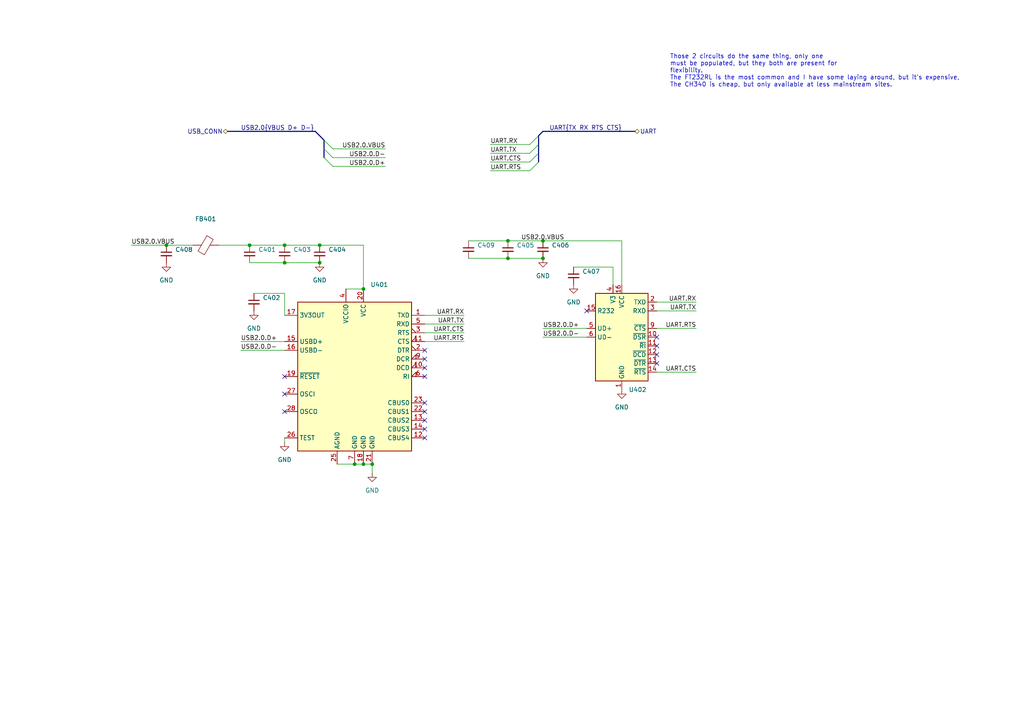
<source format=kicad_sch>
(kicad_sch (version 20211123) (generator eeschema)
  (paper "A4")
  (lib_symbols
    (symbol "Device:C_Small" (pin_numbers hide) (pin_names (offset 0.254) hide)
      (property "Reference" "C" (at 0.254 1.778 0))
      (property "Value" "C_Small" (at 0.254 -2.032 0))
      (symbol "C_Small_0_1"
        (polyline (pts (xy -1.524 -0.508) (xy 1.524 -0.508)) (stroke (width 0.3302)))
        (polyline (pts (xy -1.524 0.508) (xy 1.524 0.508)) (stroke (width 0.3048)))
      )
      (symbol "C_Small_1_1"
        (pin passive line (at 0 2.54 270) (length 2.032) (name "~") (number "1"))
        (pin passive line (at 0 -2.54 90) (length 2.032) (name "~") (number "2"))
      )
    )
    (symbol "Device:FerriteBead" (pin_numbers hide) (pin_names (offset 0))
      (property "Reference" "FB" (at -3.81 0.635 90))
      (property "Value" "FerriteBead" (at 3.81 0 90))
      (symbol "FerriteBead_0_1"
        (polyline (pts (xy 0 -1.27) (xy 0 -1.2192)))
        (polyline (pts (xy 0 1.27) (xy 0 1.2954)))
        (polyline (pts (xy -2.7686 0.4064) (xy -1.7018 2.2606) (xy 2.7686 -0.3048) (xy 1.6764 -2.159) (xy -2.7686 0.4064)))
      )
      (symbol "FerriteBead_1_1"
        (pin passive line (at 0 3.81 270) (length 2.54) (name "~") (number "1"))
        (pin passive line (at 0 -3.81 90) (length 2.54) (name "~") (number "2"))
      )
    )
    (symbol "Interface_USB:CH340C"
      (property "Reference" "U" (at -5.08 13.97 0))
      (property "Value" "CH340C" (at 1.27 13.97 0))
      (symbol "CH340C_0_1"
        (rectangle (start -7.62 12.7) (end 7.62 -12.7) (stroke (width 0.254)) (fill (type background)))
      )
      (symbol "CH340C_1_1"
        (pin power_in line (at 0 -15.24 90) (length 2.54) (name "GND") (number "1"))
        (pin input line (at 10.16 0 180) (length 2.54) (name "~{DSR}") (number "10"))
        (pin input line (at 10.16 -2.54 180) (length 2.54) (name "~{RI}") (number "11"))
        (pin input line (at 10.16 -5.08 180) (length 2.54) (name "~{DCD}") (number "12"))
        (pin output line (at 10.16 -7.62 180) (length 2.54) (name "~{DTR}") (number "13"))
        (pin output line (at 10.16 -10.16 180) (length 2.54) (name "~{RTS}") (number "14"))
        (pin input line (at -10.16 7.62 0) (length 2.54) (name "R232") (number "15"))
        (pin power_in line (at 0 15.24 270) (length 2.54) (name "VCC") (number "16"))
        (pin output line (at 10.16 10.16 180) (length 2.54) (name "TXD") (number "2"))
        (pin input line (at 10.16 7.62 180) (length 2.54) (name "RXD") (number "3"))
        (pin passive line (at -2.54 15.24 270) (length 2.54) (name "V3") (number "4"))
        (pin bidirectional line (at -10.16 2.54 0) (length 2.54) (name "UD+") (number "5"))
        (pin bidirectional line (at -10.16 0 0) (length 2.54) (name "UD-") (number "6"))
        (pin no_connect line (at -7.62 -7.62 0) (length 2.54) hide (name "NC") (number "7"))
        (pin no_connect line (at -7.62 -10.16 0) (length 2.54) hide (name "NC") (number "8"))
        (pin input line (at 10.16 2.54 180) (length 2.54) (name "~{CTS}") (number "9"))
      )
    )
    (symbol "Interface_USB:FT232RL"
      (property "Reference" "U" (at -16.51 22.86 0))
      (property "Value" "FT232RL" (at 10.16 22.86 0))
      (symbol "FT232RL_0_1"
        (rectangle (start -16.51 21.59) (end 16.51 -21.59) (stroke (width 0.254)) (fill (type background)))
      )
      (symbol "FT232RL_1_1"
        (pin output line (at 20.32 17.78 180) (length 3.81) (name "TXD") (number "1"))
        (pin input input_low (at 20.32 2.54 180) (length 3.81) (name "DCD") (number "10"))
        (pin input input_low (at 20.32 10.16 180) (length 3.81) (name "CTS") (number "11"))
        (pin bidirectional line (at 20.32 -17.78 180) (length 3.81) (name "CBUS4") (number "12"))
        (pin bidirectional line (at 20.32 -12.7 180) (length 3.81) (name "CBUS2") (number "13"))
        (pin bidirectional line (at 20.32 -15.24 180) (length 3.81) (name "CBUS3") (number "14"))
        (pin bidirectional line (at -20.32 10.16 0) (length 3.81) (name "USBD+") (number "15"))
        (pin bidirectional line (at -20.32 7.62 0) (length 3.81) (name "USBD-") (number "16"))
        (pin power_out line (at -20.32 17.78 0) (length 3.81) (name "3V3OUT") (number "17"))
        (pin power_in line (at 2.54 -25.4 90) (length 3.81) (name "GND") (number "18"))
        (pin input line (at -20.32 0 0) (length 3.81) (name "~{RESET}") (number "19"))
        (pin output output_low (at 20.32 7.62 180) (length 3.81) (name "DTR") (number "2"))
        (pin power_in line (at 2.54 25.4 270) (length 3.81) (name "VCC") (number "20"))
        (pin power_in line (at 5.08 -25.4 90) (length 3.81) (name "GND") (number "21"))
        (pin bidirectional line (at 20.32 -10.16 180) (length 3.81) (name "CBUS1") (number "22"))
        (pin bidirectional line (at 20.32 -7.62 180) (length 3.81) (name "CBUS0") (number "23"))
        (pin power_in line (at -5.08 -25.4 90) (length 3.81) (name "AGND") (number "25"))
        (pin input line (at -20.32 -17.78 0) (length 3.81) (name "TEST") (number "26"))
        (pin input line (at -20.32 -5.08 0) (length 3.81) (name "OSCI") (number "27"))
        (pin output line (at -20.32 -10.16 0) (length 3.81) (name "OSCO") (number "28"))
        (pin output output_low (at 20.32 12.7 180) (length 3.81) (name "RTS") (number "3"))
        (pin power_in line (at -2.54 25.4 270) (length 3.81) (name "VCCIO") (number "4"))
        (pin input line (at 20.32 15.24 180) (length 3.81) (name "RXD") (number "5"))
        (pin input input_low (at 20.32 0 180) (length 3.81) (name "RI") (number "6"))
        (pin power_in line (at 0 -25.4 90) (length 3.81) (name "GND") (number "7"))
        (pin input input_low (at 20.32 5.08 180) (length 3.81) (name "DCR") (number "9"))
      )
    )
    (symbol "power:GND" (power) (pin_names (offset 0))
      (property "Value" "GND" (at 0 -3.81 0))
      (symbol "GND_0_1"
        (polyline (pts (xy 0 0) (xy 0 -1.27) (xy 1.27 -1.27) (xy 0 -2.54) (xy -1.27 -1.27) (xy 0 -1.27)))
      )
      (symbol "GND_1_1"
        (pin power_in line (at 0 0 270) (length 0) hide (name "GND") (number "1"))
      )
    )
  )
  (junction (at 105.41 134.62))
  (junction (at 92.71 76.2))
  (junction (at 82.55 76.2))
  (junction (at 72.39 71.12))
  (junction (at 107.95 134.62))
  (junction (at 92.71 71.12))
  (junction (at 157.48 69.85))
  (junction (at 102.87 134.62))
  (junction (at 147.32 74.93))
  (junction (at 105.41 83.82))
  (junction (at 48.26 71.12))
  (junction (at 82.55 71.12))
  (junction (at 157.48 74.93))
  (junction (at 147.32 69.85))
  (no_connect (at 190.5 97.79))
  (no_connect (at 190.5 100.33))
  (no_connect (at 190.5 102.87))
  (no_connect (at 190.5 105.41))
  (no_connect (at 170.18 90.17))
  (no_connect (at 123.19 101.6))
  (no_connect (at 123.19 104.14))
  (no_connect (at 123.19 106.68))
  (no_connect (at 123.19 109.22))
  (no_connect (at 123.19 116.84))
  (no_connect (at 123.19 119.38))
  (no_connect (at 123.19 121.92))
  (no_connect (at 123.19 127))
  (no_connect (at 123.19 124.46))
  (no_connect (at 82.55 109.22))
  (no_connect (at 82.55 114.3))
  (no_connect (at 82.55 119.38))
  (bus_entry (at 93.98 40.64) (size 2.54 2.54))
  (bus_entry (at 93.98 43.18) (size 2.54 2.54))
  (bus_entry (at 93.98 45.72) (size 2.54 2.54))
  (bus_entry (at 156.21 46.99) (size -2.54 2.54))
  (bus_entry (at 156.21 41.91) (size -2.54 2.54))
  (bus_entry (at 156.21 44.45) (size -2.54 2.54))
  (bus_entry (at 156.21 39.37) (size -2.54 2.54))
  (wire (pts (xy 177.8 77.47) (xy 177.8 82.55)))
  (wire (pts (xy 142.24 49.53) (xy 153.67 49.53)))
  (wire (pts (xy 69.85 101.6) (xy 82.55 101.6)))
  (wire (pts (xy 48.26 71.12) (xy 55.88 71.12)))
  (wire (pts (xy 142.24 46.99) (xy 153.67 46.99)))
  (wire (pts (xy 96.52 43.18) (xy 111.76 43.18)))
  (wire (pts (xy 82.55 71.12) (xy 92.71 71.12)))
  (wire (pts (xy 166.37 77.47) (xy 177.8 77.47)))
  (wire (pts (xy 97.79 134.62) (xy 102.87 134.62)))
  (wire (pts (xy 69.85 99.06) (xy 82.55 99.06)))
  (wire (pts (xy 96.52 45.72) (xy 111.76 45.72)))
  (wire (pts (xy 142.24 41.91) (xy 153.67 41.91)))
  (wire (pts (xy 123.19 99.06) (xy 134.62 99.06)))
  (wire (pts (xy 72.39 71.12) (xy 82.55 71.12)))
  (wire (pts (xy 38.1 71.12) (xy 48.26 71.12)))
  (wire (pts (xy 157.48 95.25) (xy 170.18 95.25)))
  (wire (pts (xy 147.32 74.93) (xy 157.48 74.93)))
  (bus (pts (xy 184.15 38.1) (xy 157.48 38.1)))
  (wire (pts (xy 72.39 76.2) (xy 82.55 76.2)))
  (wire (pts (xy 100.33 83.82) (xy 105.41 83.82)))
  (wire (pts (xy 63.5 71.12) (xy 72.39 71.12)))
  (wire (pts (xy 123.19 93.98) (xy 134.62 93.98)))
  (bus (pts (xy 156.21 44.45) (xy 156.21 46.99)))
  (bus (pts (xy 156.21 39.37) (xy 156.21 41.91)))
  (wire (pts (xy 190.5 87.63) (xy 201.93 87.63)))
  (wire (pts (xy 135.89 74.93) (xy 147.32 74.93)))
  (bus (pts (xy 157.48 38.1) (xy 156.21 39.37)))
  (bus (pts (xy 93.98 40.64) (xy 93.98 43.18)))
  (bus (pts (xy 156.21 41.91) (xy 156.21 44.45)))
  (wire (pts (xy 82.55 127) (xy 82.55 128.27)))
  (wire (pts (xy 73.66 85.09) (xy 82.55 85.09)))
  (wire (pts (xy 180.34 69.85) (xy 180.34 82.55)))
  (wire (pts (xy 190.5 95.25) (xy 201.93 95.25)))
  (wire (pts (xy 157.48 69.85) (xy 180.34 69.85)))
  (wire (pts (xy 107.95 134.62) (xy 107.95 137.16)))
  (wire (pts (xy 92.71 71.12) (xy 105.41 71.12)))
  (wire (pts (xy 96.52 48.26) (xy 111.76 48.26)))
  (wire (pts (xy 190.5 90.17) (xy 201.93 90.17)))
  (wire (pts (xy 102.87 134.62) (xy 105.41 134.62)))
  (wire (pts (xy 82.55 85.09) (xy 82.55 91.44)))
  (wire (pts (xy 142.24 44.45) (xy 153.67 44.45)))
  (wire (pts (xy 82.55 76.2) (xy 92.71 76.2)))
  (wire (pts (xy 157.48 97.79) (xy 170.18 97.79)))
  (bus (pts (xy 91.44 38.1) (xy 93.98 40.64)))
  (wire (pts (xy 123.19 96.52) (xy 134.62 96.52)))
  (wire (pts (xy 105.41 71.12) (xy 105.41 83.82)))
  (wire (pts (xy 147.32 69.85) (xy 157.48 69.85)))
  (wire (pts (xy 105.41 134.62) (xy 107.95 134.62)))
  (bus (pts (xy 93.98 43.18) (xy 93.98 45.72)))
  (bus (pts (xy 66.04 38.1) (xy 91.44 38.1)))
  (wire (pts (xy 123.19 91.44) (xy 134.62 91.44)))
  (wire (pts (xy 135.89 69.85) (xy 147.32 69.85)))
  (wire (pts (xy 190.5 107.95) (xy 201.93 107.95)))
  (text "Those 2 circuits do the same thing, only one \nmust be populated, but they both are present for \nflexibility.\nThe FT232RL is the most common and I have some laying around, but it's expensive,\nThe CH340 is cheap, but only available at less mainstream sites." (at 194.31 25.4 0) (effects (font (size 1.27 1.27)) (justify left bottom)))
  (label "UART.RX" (at 142.24 41.91 0))
  (label "USB2.0.D+" (at 111.76 48.26 180))
  (label "UART.CTS" (at 142.24 46.99 0))
  (label "USB2.0.D-" (at 69.85 101.6 0))
  (label "UART.TX" (at 134.62 93.98 180))
  (label "UART.RTS" (at 201.93 95.25 180))
  (label "USB2.0.VBUS" (at 151.13 69.85 0))
  (label "UART.RTS" (at 134.62 99.06 180))
  (label "USB2.0{VBUS D+ D-}" (at 69.85 38.1 0))
  (label "UART.RX" (at 201.93 87.63 180))
  (label "UART.TX" (at 201.93 90.17 180))
  (label "USB2.0.VBUS" (at 38.1 71.12 0))
  (label "UART.TX" (at 142.24 44.45 0))
  (label "UART.CTS" (at 134.62 96.52 180))
  (label "USB2.0.VBUS" (at 111.76 43.18 180))
  (label "UART{TX RX RTS CTS}" (at 180.34 38.1 180))
  (label "UART.CTS" (at 201.93 107.95 180))
  (label "USB2.0.D-" (at 111.76 45.72 180))
  (label "UART.RX" (at 134.62 91.44 180))
  (label "USB2.0.D-" (at 157.48 97.79 0))
  (label "USB2.0.D+" (at 157.48 95.25 0))
  (label "UART.RTS" (at 142.24 49.53 0))
  (label "USB2.0.D+" (at 69.85 99.06 0))
  (hierarchical_label "UART" (shape bidirectional) (at 184.15 38.1 0))
  (hierarchical_label "USB_CONN" (shape bidirectional) (at 66.04 38.1 180))
  (symbol (lib_id "Device:C_Small") (at 73.66 87.63 0) (unit 1) (in_bom no)
    (property "Reference" "C402" (at 76.2 86.3662 0) (effects (justify left)))
    (property "Manufacturer" "Generic" (effects hide))
    (property "PartNumber" "Generic" (effects hide))
  )
  (symbol (lib_id "power:GND") (at 48.26 76.2 0) (unit 1)
    (property "Reference" "#PWR0102" (effects hide))
    (property "Value" "GND" (at 48.26 81.28 0))
  )
  (symbol (lib_id "power:GND") (at 180.34 113.03 0) (unit 1)
    (property "Reference" "#PWR0407" (effects hide))
    (property "Value" "GND" (at 180.34 118.11 0))
  )
  (symbol (lib_id "Interface_USB:FT232RL") (at 102.87 109.22 0) (unit 1)
    (property "Reference" "U401" (at 107.4294 82.55 0) (effects (justify left)))
    (property "Datasheet" "https://www.ftdichip.com/Support/Documents/DataSheets/ICs/DS_FT232R.pdf" (effects hide))
    (property "Manufacturer" "FTDI" (effects hide))
    (property "PartNumber" "FT232RL" (effects hide))
  )
  (symbol (lib_id "power:GND") (at 157.48 74.93 0) (unit 1)
    (property "Reference" "#PWR0405" (effects hide))
    (property "Value" "GND" (at 157.48 80.01 0))
  )
  (symbol (lib_id "power:GND") (at 107.95 137.16 0) (unit 1)
    (property "Reference" "#PWR0404" (effects hide))
    (property "Value" "GND" (at 107.95 142.24 0))
  )
  (symbol (lib_id "Interface_USB:CH340C") (at 180.34 97.79 0) (unit 1) (in_bom no)
    (property "Reference" "U402" (at 182.3594 113.03 0) (effects (justify left)))
    (property "Datasheet" "https://datasheet.lcsc.com/szlcsc/Jiangsu-Qin-Heng-CH340C_C84681.pdf" (effects hide))
    (property "Manufacturer" "WCH" (effects hide))
    (property "PartNumber" "CH340C" (effects hide))
  )
  (symbol (lib_id "Device:C_Small") (at 82.55 73.66 0) (unit 1) (in_bom no)
    (property "Reference" "C403" (at 85.09 72.3962 0) (effects (justify left)))
    (property "Manufacturer" "Generic" (effects hide))
    (property "PartNumber" "Generic" (effects hide))
  )
  (symbol (lib_id "power:GND") (at 166.37 82.55 0) (unit 1)
    (property "Reference" "#PWR0406" (effects hide))
    (property "Value" "GND" (at 166.37 87.63 0))
  )
  (symbol (lib_id "Device:C_Small") (at 166.37 80.01 0) (unit 1) (in_bom no)
    (property "Reference" "C407" (at 168.91 78.7462 0) (effects (justify left)))
    (property "Manufacturer" "Generic" (effects hide))
    (property "PartNumber" "Generic" (effects hide))
  )
  (symbol (lib_id "power:GND") (at 82.55 128.27 0) (unit 1)
    (property "Reference" "#PWR0402" (effects hide))
    (property "Value" "GND" (at 82.55 133.35 0))
  )
  (symbol (lib_id "Device:C_Small") (at 147.32 72.39 0) (unit 1) (in_bom no)
    (property "Reference" "C405" (at 149.86 71.1262 0) (effects (justify left)))
    (property "Manufacturer" "Generic" (effects hide))
    (property "PartNumber" "Generic" (effects hide))
  )
  (symbol (lib_id "Device:C_Small") (at 135.89 72.39 0) (unit 1) (in_bom no)
    (property "Reference" "C409" (at 138.43 71.1262 0) (effects (justify left)))
    (property "Manufacturer" "Generic" (effects hide))
    (property "PartNumber" "Generic" (effects hide))
  )
  (symbol (lib_id "power:GND") (at 92.71 76.2 0) (unit 1)
    (property "Reference" "#PWR0403" (effects hide))
    (property "Value" "GND" (at 92.71 81.28 0))
  )
  (symbol (lib_id "Device:C_Small") (at 157.48 72.39 0) (unit 1) (in_bom no)
    (property "Reference" "C406" (at 160.02 71.1262 0) (effects (justify left)))
    (property "Manufacturer" "Generic" (effects hide))
    (property "PartNumber" "Generic" (effects hide))
  )
  (symbol (lib_id "power:GND") (at 73.66 90.17 0) (unit 1)
    (property "Reference" "#PWR0401" (effects hide))
    (property "Value" "GND" (at 73.66 95.25 0))
  )
  (symbol (lib_id "Device:C_Small") (at 92.71 73.66 0) (unit 1) (in_bom no)
    (property "Reference" "C404" (at 95.25 72.3962 0) (effects (justify left)))
    (property "Manufacturer" "Generic" (effects hide))
    (property "PartNumber" "Generic" (effects hide))
  )
  (symbol (lib_id "Device:C_Small") (at 48.26 73.66 0) (unit 1) (in_bom no)
    (property "Reference" "C408" (at 50.8 72.3962 0) (effects (justify left)))
    (property "Manufacturer" "Generic" (effects hide))
    (property "PartNumber" "Generic" (effects hide))
  )
  (symbol (lib_id "Device:C_Small") (at 72.39 73.66 0) (unit 1) (in_bom no)
    (property "Reference" "C401" (at 74.93 72.3962 0) (effects (justify left)))
    (property "Manufacturer" "Generic" (effects hide))
    (property "PartNumber" "Generic" (effects hide))
  )
  (symbol (lib_id "Device:FerriteBead") (at 59.69 71.12 90) (unit 1)
    (property "Reference" "FB401" (at 59.6392 63.5 90))
    (property "Manufacturer" "Bourns" (effects hide))
    (property "PartNumber" "MH2029-400Y" (effects hide))
  )
)
</source>
